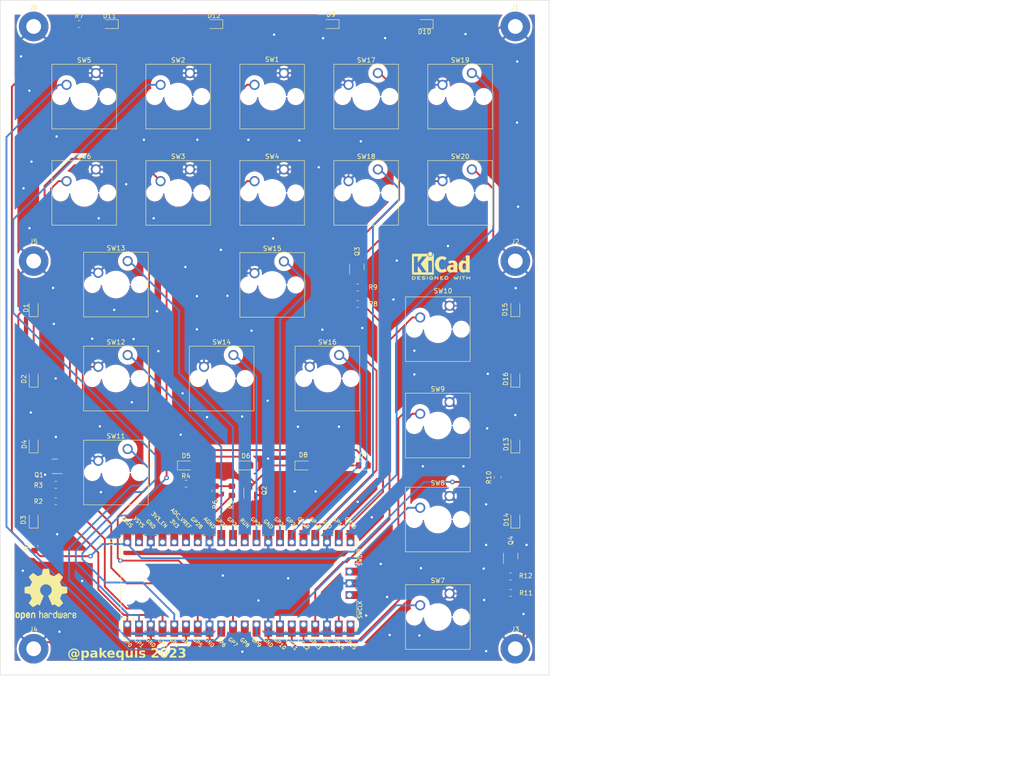
<source format=kicad_pcb>
(kicad_pcb (version 20221018) (generator pcbnew)
  (layers (0 "F.Cu" mixed) (31 "B.Cu" mixed) (34 "B.Paste" user) (35 "F.Paste" user) (36 "B.SilkS" user "B.Silkscreen") (37 "F.SilkS" user "F.Silkscreen") (38 "B.Mask" user) (39 "F.Mask" user) (44 "Edge.Cuts" user))
  (net 0 "")
  (net 1 "GNDREF")
  (net 2 "Net-(U1-GPIO12)")
  (net 3 "Net-(U1-GPIO13)")
  (net 4 "Net-(U1-GPIO14)")
  (net 5 "Net-(U1-GPIO9)")
  (net 11 "Net-(D1-K)")
  (net 14 "Net-(U1-GPIO27_ADC1)")
  (net 15 "Net-(U1-GPIO28_ADC2)")
  (net 16 "Net-(U1-GPIO26_ADC0)")
  (net 17 "Net-(U1-GPIO21)")
  (net 18 "Net-(U1-GPIO22)")
  (net 19 "Net-(U1-GPIO20)")
  (net 20 "Net-(U1-GPIO16)")
  (net 21 "Net-(U1-GPIO18)")
  (net 22 "Net-(U1-GPIO17)")
  (net 23 "Net-(U1-GPIO19)")
  (net 24 "Net-(U1-GPIO3)")
  (net 25 "Net-(U1-GPIO0)")
  (net 26 "Net-(U1-GPIO5)")
  (net 27 "Net-(U1-GPIO4)")
  (net 28 "Net-(U1-GPIO2)")
  (net 29 "Net-(U1-GPIO1)")
  (net 30 "Net-(D1-A)")
  (net 31 "Net-(D2-K)")
  (net 32 "Net-(D5-K)")
  (net 33 "Net-(D3-K)")
  (net 34 "Net-(D6-K)")
  (net 35 "Net-(D5-A)")
  (net 36 "Net-(D7-K)")
  (net 37 "Net-(D11-A)")
  (net 38 "Net-(D10-K)")
  (net 39 "Net-(D10-A)")
  (net 40 "Net-(D11-K)")
  (net 41 "Net-(D13-K)")
  (net 42 "Net-(D13-A)")
  (net 43 "Net-(D14-K)")
  (net 44 "Net-(D15-K)")
  (net 45 "Net-(Q1-G)")
  (net 47 "Net-(R5-Pad2)")
  (net 48 "Net-(Q3-G)")
  (net 49 "Net-(Q4-G)")
  (net 50 "VBUS")
  (net 51 "Net-(U1-GPIO6)")
  (net 52 "Net-(U1-GPIO7)")
  (net 53 "Net-(U1-GPIO10)")
  (net 54 "Net-(U1-GPIO11)")
  (footprint "Resistor_SMD:R_0805_2012Metric_Pad1.20x1.40mm_HandSolder" (layer "F.Cu") (at 70.0899 31.4499)
    (fp_text reference "R7")
    (fp_text value "47R" hide)
  )
  (footprint "Button_Switch_Keyboard:SW_Cherry_MX_1.00u_PCB" (layer "F.Cu") (at 103.4448 102.997)
    (fp_text reference "SW14")
    (fp_text value "SW_Push")
  )
  (footprint "MountingHole:MountingHole_3.2mm_M3_Pad" (layer "F.Cu") (at 164.4048 166.497)
    (fp_text reference "J3")
    (fp_text value "Conn_01x01_Pin")
  )
  (footprint "Button_Switch_Keyboard:SW_Cherry_MX_1.00u_PCB" (layer "F.Cu") (at 150.1808 92.329)
    (fp_text reference "SW10")
    (fp_text value "SW_Push")
  )
  (footprint "MountingHole:MountingHole_3.2mm_M3_Pad" (layer "F.Cu") (at 164.4048 82.677)
    (fp_text reference "J2")
    (fp_text value "Conn_01x01_Pin")
  )
  (footprint "Button_Switch_Keyboard:SW_Cherry_MX_1.00u_PCB" (layer "F.Cu") (at 126.3048 102.997)
    (fp_text reference "SW16")
    (fp_text value "SW_Push")
  )
  (footprint "Resistor_SMD:R_0805_2012Metric_Pad1.20x1.40mm_HandSolder" (layer "F.Cu") (at 65.04 134.62)
    (fp_text reference "R2")
    (fp_text value "100R")
  )
  (footprint "LED_SMD:LED_0805_2012Metric_Pad1.15x1.40mm_HandSolder" (layer "F.Cu") (at 164.4048 92.837 90)
    (fp_text reference "D15")
    (fp_text value "LED")
  )
  (footprint "MountingHole:MountingHole_3.2mm_M3_Pad" (layer "F.Cu") (at 60.2648 31.9579)
    (fp_text reference "J6")
    (fp_text value "Conn_01x01_Pin")
  )
  (footprint "Button_Switch_Keyboard:SW_Cherry_MX_1.00u_PCB" (layer "F.Cu") (at 80.5848 82.677)
    (fp_text reference "SW13")
    (fp_text value "SW_Push")
  )
  (footprint "Package_TO_SOT_SMD:SOT-23" (layer "F.Cu") (at 163.3888 146.431 90)
    (fp_text reference "Q4")
    (fp_text value "BSS138")
  )
  (footprint "Package_TO_SOT_SMD:SOT-23" (layer "F.Cu") (at 107.254 132.334 90)
    (fp_text reference "Q2")
    (fp_text value "BSS138")
  )
  (footprint "LED_SMD:LED_0805_2012Metric_Pad1.15x1.40mm_HandSolder" (layer "F.Cu") (at 106.1579 126.873)
    (fp_text reference "D6")
    (fp_text value "LED")
  )
  (footprint "Button_Switch_Keyboard:SW_Cherry_MX_1.00u_PCB" (layer "F.Cu") (at 73.7268 42.037)
    (fp_text reference "SW5")
    (fp_text value "SW_Push")
  )
  (footprint "Button_Switch_Keyboard:SW_Cherry_MX_1.00u_PCB" (layer "F.Cu") (at 150.1808 154.559)
    (fp_text reference "SW7")
    (fp_text value "SW_Push")
  )
  (footprint "Button_Switch_Keyboard:SW_Cherry_MX_1.00u_PCB" (layer "F.Cu") (at 150.1808 113.157)
    (fp_text reference "SW9")
    (fp_text value "SW_Push")
  )
  (footprint "Button_Switch_Keyboard:SW_Cherry_MX_1.00u_PCB" (layer "F.Cu") (at 73.7268 62.865)
    (fp_text reference "SW6")
    (fp_text value "SW_Push")
  )
  (footprint "LED_SMD:LED_0805_2012Metric_Pad1.15x1.40mm_HandSolder" (layer "F.Cu") (at 118.6039 126.873)
    (fp_text reference "D8")
    (fp_text value "LED")
  )
  (footprint "MountingHole:MountingHole_3.2mm_M3_Pad" (layer "F.Cu") (at 60.2648 166.497)
    (fp_text reference "J4")
    (fp_text value "Conn_01x01_Pin")
  )
  (footprint "Button_Switch_Keyboard:SW_Cherry_MX_1.00u_PCB" (layer "F.Cu") (at 80.5848 123.317)
    (fp_text reference "SW11")
    (fp_text value "SW_Push")
  )
  (footprint "Button_Switch_Keyboard:SW_Cherry_MX_1.00u_PCB" (layer "F.Cu") (at 155.0068 62.865)
    (fp_text reference "SW20")
    (fp_text value "SW_Push")
  )
  (footprint "LED_SMD:LED_0805_2012Metric_Pad1.15x1.40mm_HandSolder" (layer "F.Cu") (at 164.4048 108.077 90)
    (fp_text reference "D16")
    (fp_text value "LED")
  )
  (footprint "Symbol:OSHW-Logo2_14.6x12mm_SilkScreen" (layer "F.Cu") (at 62.9158 154.7622)
    (fp_text reference "m1" hide)
    (fp_text value "OSHW-Logo2_14.6x12mm_SilkScreen" hide)
  )
  (footprint "LED_SMD:LED_0805_2012Metric_Pad1.15x1.40mm_HandSolder" (layer "F.Cu") (at 60.2648 108.077 90)
    (fp_text reference "D2")
    (fp_text value "LED")
  )
  (footprint "Resistor_SMD:R_0805_2012Metric_Pad1.20x1.40mm_HandSolder" (layer "F.Cu") (at 60.452 144.272 90)
    (fp_text reference "R1")
    (fp_text value "47R")
  )
  (footprint "LED_SMD:LED_0805_2012Metric_Pad1.15x1.40mm_HandSolder" (layer "F.Cu") (at 60.2648 122.292 90)
    (fp_text reference "D4")
    (fp_text value "LED")
  )
  (footprint "LED_SMD:LED_0805_2012Metric_Pad1.15x1.40mm_HandSolder" (layer "F.Cu") (at 144.7659 31.4499 180)
    (fp_text reference "D10")
    (fp_text value "LED")
  )
  (footprint "LED_SMD:LED_0805_2012Metric_Pad1.15x1.40mm_HandSolder" (layer "F.Cu") (at 164.4048 122.292 90)
    (fp_text reference "D13")
    (fp_text value "LED")
  )
  (footprint "Button_Switch_Keyboard:SW_Cherry_MX_1.00u_PCB" (layer "F.Cu") (at 94.0468 42.037)
    (fp_text reference "SW2")
    (fp_text value "SW_Push")
  )
  (footprint "Button_Switch_Keyboard:SW_Cherry_MX_1.00u_PCB" (layer "F.Cu") (at 150.1808 133.477)
    (fp_text reference "SW8")
    (fp_text value "SW_Push")
  )
  (footprint "Button_Switch_Keyboard:SW_Cherry_MX_1.00u_PCB" (layer "F.Cu") (at 114.3668 82.7579)
    (fp_text reference "SW15")
    (fp_text value "SW_Push")
  )
  (footprint "Button_Switch_Keyboard:SW_Cherry_MX_1.00u_PCB" (layer "F.Cu") (at 114.3668 42.037)
    (fp_text reference "SW1")
    (fp_text value "SW_Push")
  )
  (footprint "LED_SMD:LED_0805_2012Metric_Pad1.15x1.40mm_HandSolder" (layer "F.Cu") (at 60.2648 92.837 90)
    (fp_text reference "D1")
    (fp_text value "LED")
  )
  (footprint "Resistor_SMD:R_0805_2012Metric_Pad1.20x1.40mm_HandSolder" (layer "F.Cu") (at 103.124 132.35 90)
    (fp_text reference "R5")
    (fp_text value "100R")
  )
  (footprint "LED_SMD:LED_0805_2012Metric_Pad1.15x1.40mm_HandSolder" (layer "F.Cu") (at 93.2039 126.873)
    (fp_text reference "D5")
    (fp_text value "LED")
  )
  (footprint "Resistor_SMD:R_0805_2012Metric_Pad1.20x1.40mm_HandSolder" (layer "F.Cu") (at 93.202 130.81)
    (fp_text reference "R4")
    (fp_text value "47R")
  )
  (footprint "LED_SMD:LED_0805_2012Metric_Pad1.15x1.40mm_HandSolder" (layer "F.Cu") (at 60.2648 138.557 90)
    (fp_text reference "D3")
    (fp_text value "LED")
  )
  (footprint "Resistor_SMD:R_0805_2012Metric_Pad1.20x1.40mm_HandSolder" (layer "F.Cu") (at 130.318 91.948 180)
    (fp_text reference "R8")
    (fp_text value "100R")
  )
  (footprint "LED_SMD:LED_0805_2012Metric_Pad1.15x1.40mm_HandSolder" (layer "F.Cu") (at 131.5489 126.873)
    (fp_text reference "D7")
    (fp_text value "LED")
  )
  (footprint "Resistor_SMD:R_0805_2012Metric_Pad1.20x1.40mm_HandSolder" (layer "F.Cu") (at 130.318 88.392)
    (fp_text reference "R9")
    (fp_text value "10k")
  )
  (footprint "Button_Switch_Keyboard:SW_Cherry_MX_1.00u_PCB" (layer "F.Cu") (at 134.6868 42.037)
    (fp_text reference "SW17")
    (fp_text value "SW_Push")
  )
  (footprint "LED_SMD:LED_0805_2012Metric_Pad1.15x1.40mm_HandSolder" (layer "F.Cu") (at 76.6939 31.4499 180)
    (fp_text reference "D11")
    (fp_text value "LED")
  )
  (footprint "Resistor_SMD:R_0805_2012Metric_Pad1.20x1.40mm_HandSolder" (layer "F.Cu") (at 163.3888 154.432 180)
    (fp_text reference "R11")
    (fp_text value "100R")
  )
  (footprint "Button_Switch_Keyboard:SW_Cherry_MX_1.00u_PCB" (layer "F.Cu") (at 134.6868 62.865)
    (fp_text reference "SW18")
    (fp_text value "SW_Push")
  )
  (footprint "Button_Switch_Keyboard:SW_Cherry_MX_1.00u_PCB" (layer "F.Cu") (at 114.3668 62.865)
    (fp_text reference "SW4")
    (fp_text value "SW_Push")
  )
  (footprint "Resistor_SMD:R_0805_2012Metric_Pad1.20x1.40mm_HandSolder" (layer "F.Cu") (at 65.04 131.064 180)
    (fp_text reference "R3")
    (fp_text value "10k")
  )
  (footprint "LED_SMD:LED_0805_2012Metric_Pad1.15x1.40mm_HandSolder" (layer "F.Cu") (at 164.4048 138.557 90)
    (fp_text reference "D14")
    (fp_text value "LED")
  )
  (footprint "Resistor_SMD:R_0805_2012Metric_Pad1.20x1.40mm_HandSolder" (layer "F.Cu") (at 160.5948 129.429 90)
    (fp_text reference "R10")
    (fp_text value "47R")
  )
  (footprint "MountingHole:MountingHole_3.2mm_M3_Pad" (layer "F.Cu") (at 164.4048 31.9579)
    (fp_text reference "J1")
    (fp_text value "Conn_01x01_Pin")
  )
  (footprint "Button_Switch_Keyboard:SW_Cherry_MX_1.00u_PCB" (layer "F.Cu") (at 94.0468 62.865)
    (fp_text reference "SW3")
    (fp_text value "SW_Push")
  )
  (footprint "Symbol:KiCad-Logo2_5mm_SilkScreen" (layer "F.Cu") (at 148.336 83.693)
    (fp_text reference "m2" hide)
    (fp_text value "KiCad-Logo2_5mm_SilkScreen" hide)
  )
  (footprint "MountingHole:MountingHole_3.2mm_M3_Pad" (layer "F.Cu") (at 60.2648 82.677)
    (fp_text reference "J5")
    (fp_text value "Conn_01x01_Pin")
  )
  (footprint "Button_Switch_Keyboard:SW_Cherry_MX_1.00u_PCB" (layer "F.Cu") (at 80.5848 102.997)
    (fp_text reference "SW12")
    (fp_text value "SW_Push")
  )
  (footprint "MCU_RaspberryPi_and_Boards:RPi_Pico_SMD_TH" (layer "F.Cu") (at 104.6339 152.3539 90)
    (fp_text reference "U1")
    (fp_text value "Pico")
  )
  (footprint "Package_TO_SOT_SMD:SOT-23" (layer "F.Cu") (at 130.1425 83.8985 90)
    (fp_text reference "Q3")
    (fp_text value "BSS138")
  )
  (footprint "Package_TO_SOT_SMD:SOT-23" (layer "F.Cu") (at 64.8368 127.066 180)
    (fp_text reference "Q1")
    (fp_text value "BSS138")
  )
  (footprint "LED_SMD:LED_0805_2012Metric_Pad1.15x1.40mm_HandSolder" (layer "F.Cu") (at 99.2909 31.4499 180)
    (fp_text reference "D12")
    (fp_text value "LED")
  )
  (footprint "Resistor_SMD:R_0805_2012Metric_Pad1.20x1.40mm_HandSolder" (layer "F.Cu") (at 99.568 132.35 -90)
    (fp_text reference "R6")
    (fp_text value "10k")
  )
  (footprint "LED_SMD:LED_0805_2012Metric_Pad1.15x1.40mm_HandSolder" (layer "F.Cu") (at 124.4369 31.4499 180)
    (fp_text reference "D9")
    (fp_text value "LED")
  )
  (footprint "Button_Switch_Keyboard:SW_Cherry_MX_1.00u_PCB" (layer "F.Cu") (at 155.0068 42.037)
    (fp_text reference "SW19")
    (fp_text value "SW_Push")
  )
  (footprint "Resistor_SMD:R_0805_2012Metric_Pad1.20x1.40mm_HandSolder" (layer "F.Cu") (at 163.338 150.876)
    (fp_text reference "R12")
    (fp_text value "10k")
  )
  (gr_line (start 171.6899 26.3191) (end 171.6899 172.1659) (stroke (width 0.1)) (layer "Edge.Cuts"))
  (gr_line (start 53.0719 172.1659) (end 53.0719 26.3191) (stroke (width 0.1)) (layer "Edge.Cuts"))
  (gr_line (start 171.6899 172.1659) (end 53.0719 172.1659) (stroke (width 0.1)) (layer "Edge.Cuts"))
  (gr_line (start 171.6899 26.3191) (end 53.0719 26.3191) (stroke (width 0.1)) (layer "Edge.Cuts"))
  (gr_text "@pakequis 2023" (at 67.564 168.7576) (layer "F.SilkS") (effects (font (size 2 2) (thickness 0.3) bold) (justify left bottom)))
  (segment (start 64.04 131.064) (end 62.7319 129.7559) (width 0.4) (layer "F.Cu") (net 1))
  (segment (start 115.0861 100.6683) (end 119.9548 105.537) (width 0.4) (layer "F.Cu") (net 1))
  (segment (start 85.5839 143.4639) (end 85.5839 139.6136) (width 0.4) (layer "F.Cu") (net 1))
  (segment (start 91.8475 133.35) (end 85.5839 139.6136) (width 0.4) (layer "F.Cu") (net 1))
  (segment (start 62.7319 129.7559) (end 62.7319 128.872) (width 0.4) (layer "F.Cu") (net 1))
  (segment (start 85.5839 165.0942) (end 61.6676 165.0942) (width 0.4) (layer "F.Cu") (net 1))
  (segment (start 65.7743 121.4003) (end 65.0748 120.7008) (width 0.4) (layer "F.Cu") (net 1))
  (segment (start 166.1923 159.0041) (end 166.1668 158.9786) (width 0.4) (layer "F.Cu") (net 1))
  (segment (start 110.9839 161.2439) (end 110.9839 143.4639) (width 0.4) (layer "F.Cu") (net 1))
  (segment (start 132.6393 86.3828) (end 132.6393 87.0707) (width 0.4) (layer "F.Cu") (net 1))
  (segment (start 65.7743 120.0013) (end 65.7743 88.1865) (width 0.4) (layer "F.Cu") (net 1))
  (segment (start 131.0925 84.836) (end 132.6393 86.3828) (width 0.4) (layer "F.Cu") (net 1))
  (segment (start 123.6839 155.1536) (end 123.6839 161.2439) (width 0.4) (layer "F.Cu") (net 1))
  (segment (start 126.4836 152.3539) (end 123.6839 155.1536) (width 0.4) (layer "F.Cu") (net 1))
  (segment (start 97.0948 105.537) (end 101.9635 100.6683) (width 0.4) (layer "F.Cu") (net 1))
  (segment (start 144.9225 87.0707) (end 150.1808 92.329) (width 0.4) (layer "F.Cu") (net 1))
  (segment (start 146.9533 65.405) (end 148.6568 65.405) (width 0.4) (layer "F.Cu") (net 1))
  (segment (start 108.204 133.2715) (end 108.204 136.8337) (width 0.4) (layer "F.Cu") (net 1))
  (segment (start 108.204 136.8337) (end 110.9839 139.6136) (width 0.4) (layer "F.Cu") (net 1))
  (segment (start 65.0748 120.7008) (end 65.7743 120.0013) (width 0.4) (layer "F.Cu") (net 1))
  (segment (start 74.2348 105.537) (end 72.6001 105.537) (width 0.4) (layer "F.Cu") (net 1))
  (segment (start 164.4048 166.497) (end 166.1923 164.7095) (width 0.4) (layer "F.Cu") (net 1))
  (segment (start 101.9635 100.6683) (end 115.0861 100.6683) (width 0.4) (layer "F.Cu") (net 1))
  (segment (start 85.5839 161.2439) (end 85.5839 165.0942) (width 0.4) (layer "F.Cu") (net 1))
  (segment (start 166.1923 158.9531) (end 166.1923 152.7303) (width 0.4) (layer "F.Cu") (net 1))
  (segment (start 166.1923 164.7095) (end 166.1923 159.0041) (width 0.4) (layer "F.Cu") (net 1))
  (segment (start 144.9225 67.4358) (end 146.9533 65.405) (width 0.4) (layer "F.Cu") (net 1))
  (segment (start 132.6393 87.0707) (end 131.318 88.392) (width 0.4) (layer "F.Cu") (net 1))
  (segment (start 132.6393 87.0707) (end 144.9225 87.0707) (width 0.4) (layer "F.Cu") (net 1))
  (segment (start 144.9225 87.0707) (end 144.9225 67.4358) (width 0.4) (layer "F.Cu") (net 1))
  (segment (start 166.1668 158.9786) (end 166.1923 158.9531) (width 0.4) (layer "F.Cu") (net 1))
  (segment (start 164.3388 150.8752) (end 164.338 150.876) (width 0.4) (layer "F.Cu") (net 1))
  (segment (start 128.5339 152.3539) (end 126.4836 152.3539) (width 0.4) (layer "F.Cu") (net 1))
  (segment (start 61.6676 165.0942) (end 60.2648 166.497) (width 0.4) (layer "F.Cu") (net 1))
  (segment (start 65.7743 88.1865) (end 60.2648 82.677) (width 0.4) (layer "F.Cu") (net 1))
  (segment (start 70.9061 107.231) (end 70.9061 122.5283) (width 0.4) (layer "F.Cu") (net 1))
  (segment (start 65.7743 126.116) (end 65.7743 121.4003) (width 0.4) (layer "F.Cu") (net 1))
  (segment (start 72.6001 105.537) (end 70.9061 107.231) (width 0.4) (layer "F.Cu") (net 1))
  (segment (start 166.1923 152.7303) (end 164.338 150.876) (width 0.4) (layer "F.Cu") (net 1))
  (segment (start 99.568 133.35) (end 91.8475 133.35) (width 0.4) (layer "F.Cu") (net 1))
  (segment (start 164.3388 147.3685) (end 164.3388 150.8752) (width 0.4) (layer "F.Cu") (net 1))
  (segment (start 110.9839 143.4639) (end 110.9839 139.6136) (width 0.4) (layer "F.Cu") (net 1))
  (segment (start 70.9061 122.5283) (end 74.2348 125.857) (width 0.4) (layer "F.Cu") (net 1))
  (via (at 81.8642 99.5426) (size 1) (drill 0.5) (layers "F.Cu" "B.Cu") (net 1))
  (via (at 138.049 90.9828) (size 1) (drill 0.5) (layers "F.Cu" "B.Cu") (net 1))
  (via (at 58.0644 66.9544) (size 1) (drill 0.5) (layers "F.Cu" "B.Cu") (net 1))
  (via (at 106.68 56.4642) (size 1) (drill 0.5) (layers "F.Cu" "B.Cu") (net 1))
  (via (at 72.9234 99.4664) (size 1) (drill 0.5) (layers "F.Cu" "B.Cu") (net 1))
  (via (at 121.8946 62.4078) (size 1) (drill 0.5) (layers "F.Cu" "B.Cu") (net 1))
  (via (at 77.6732 93.2434) (size 1) (drill 0.5) (layers "F.Cu" "B.Cu") (net 1))
  (via (at 143.9926 149.0726) (size 1) (drill 0.5) (layers "F.Cu" "B.Cu") (net 1))
  (via (at 142.5702 107.188) (size 1) (drill 0.5) (layers "F.Cu" "B.Cu") (net 1))
  (via (at 59.7916 61.1886) (size 1) (drill 0.5) (layers "F.Cu" "B.Cu") (net 1))
  (via (at 105.3846 167.132) (size 1) (drill 0.5) (layers "F.Cu" "B.Cu") (net 1))
  (via (at 59.3344 45.847) (size 1) (drill 0.5) (layers "F.Cu" "B.Cu") (net 1))
  (via (at 80.264 66.0654) (size 1) (drill 0.5) (layers "F.Cu" "B.Cu") (net 1))
  (via (at 158.3182 118.8466) (size 1) (drill 0.5) (layers "F.Cu" "B.Cu") (net 1))
  (via (at 86.9188 93.5482) (size 1) (drill 0.5) (layers "F.Cu" "B.Cu") (net 1))
  (via (at 65.3542 141.732) (size 1) (drill 0.5) (layers "F.Cu" "B.Cu") (net 1))
  (via (at 133.3754 138.0744) (size 1) (drill 0.5) (layers "F.Cu" "B.Cu") (net 1))
  (via (at 74.803 132.6388) (size 1) (drill 0.5) (layers "F.Cu" "B.Cu") (net 1))
  (via (at 144.399 127.0508) (size 1) (drill 0.5) (layers "F.Cu" "B.Cu") (net 1))
  (via (at 164.3888 115.9764) (size 1) (drill 0.5) (layers "F.Cu" "B.Cu") (net 1))
  (via (at 57.531 38.4302) (size 1) (drill 0.5) (layers "F.Cu" "B.Cu") (net 1))
  (via (at 105.3338 116.2812) (size 1) (drill 0.5) (layers "F.Cu" "B.Cu") (net 1))
  (via (at 157.5562 149.1742) (size 1) (drill 0.5) (layers "F.Cu" "B.Cu") (net 1))
  (via (at 107.3658 97.7392) (size 1) (drill 0.5) (layers "F.Cu" "B.Cu") (net 1))
  (via (at 57.912 149.6314) (size 1) (drill 0.5) (layers "F.Cu" "B.Cu") (net 1))
  (via (at 97.7392 116.4082) (size 1) (drill 0.5) (layers "F.Cu" "B.Cu") (net 1))
  (via (at 136.2456 34.4678) (size 1) (drill 0.5) (layers "F.Cu" "B.Cu") (net 1))
  (via (at 121.2342 132.4864) (size 1) (drill 0.5) (layers "F.Cu" "B.Cu") (net 1))
  (via (at 65.2272 55.753) (size 1) (drill 0.5) (layers "F.Cu" "B.Cu") (net 1))
  (via (at 137.2362 163.5252) (size 1) (drill 0.5) (layers "F.Cu" "B.Cu") (net 1))
  (via (at 115.2906 151.257) (size 1) (drill 0.5) (layers "F.Cu" "B.Cu") (net 1))
  (via (at 112.0394 77.8002) (size 1) (drill 0.5) (layers "F.Cu" "B.Cu") (net 1))
  (via (at 166.8272 144.0434) (size 1) (drill 0.5) (layers "F.Cu" "B.Cu") (net 1))
  (via (at 101.1682 150.6728) (size 1) (drill 0.5) (layers "F.Cu" "B.Cu") (net 1))
  (via (at 70.739 151.8412) (size 1) (drill 0.5) (layers "F.Cu" "B.Cu") (net 1))
  (via (at 92.456 111.2774) (size 1) (drill 0.5) (layers "F.Cu" "B.Cu") (net 1))
  (via (at 164.8206 39.5478) (size 1) (drill 0.5) (layers "F.Cu" "B.Cu") (net 1))
  (via (at 135.3058 148.1582) (size 1) (drill 0.5) (layers "F.Cu" "B.Cu") (net 1))
  (via (at 122.682 97.5106) (size 1) (drill 0.5) (layers "F.Cu" "B.Cu") (net 1))
  (via (at 59.6392 115.4176) (size 1) (drill 0.5) (layers "F.Cu" "B.Cu") (net 1))
  (via (at 74.5744 118.4148) (size 1) (drill 0.5) (layers "F.Cu" "B.Cu") (net 1))
  (via (at 132.1562 159.3088) (size 1) (drill 0.5) (layers "F.Cu" "B.Cu") (net 1))
  (via (at 158.0896 167.005) (size 1) (drill 0.5) (layers "F.Cu" "B.Cu") (net 1))
  (via (at 81.4832 113.2078) (size 1) (drill 0.5) (layers "F.Cu" "B.Cu") (net 1))
  (via (at 117.7036 56.6166) (size 1) (drill 0.5) (layers "F.Cu" "B.Cu") (net 1))
  (via (at 122.8344 34.4932) (size 1) (drill 0.5) (layers "F.Cu" "B.Cu") (net 1))
  (via (at 95.5548 90.2716) (size 1) (drill 0.5) (layers "F.Cu" "B.Cu") (net 1))
  (via (at 108.8644 156.0576) (size 1) (drill 0.5) (layers "F.Cu" "B.Cu") (net 1))
  (via (at 136.6774 155.2956) (size 1) (drill 0.5) (layers "F.Cu" "B.Cu") (net 1))
  (via (at 64.4652 88.4936) (size 1) (drill 0.5) (layers "F.Cu" "B.Cu") (net 1))
  (via (at 164.7698 52.7304) (size 1) (drill 0.5) (layers "F.Cu" "B.Cu") (net 1))
  (via (at 164.9984 70.9168) (size 1) (drill 0.5) (layers "F.Cu" "B.Cu") (net 1))
  (via (at 95.5548 97.4344) (size 1) (drill 0.5) (layers "F.Cu" "B.Cu") (net 1))
  (via (at 87.2236 102.1588) (size 1) (drill 0.5) (layers "F.Cu" "B.Cu") (net 1))
  (via (at 149.8346 79.4258) (size 1) (drill 0.5) (layers "F.Cu" "B.Cu") (net 1))
  (via (at 142.5702 102.0572) (size 1) (drill 0.5) (layers "F.Cu" "B.Cu") (net 1))
  (via (at 65.024 108.0516) (size 1) (drill 0.5) (layers "F.Cu" "B.Cu") (net 1))
  (via (at 86.2076 73.4314) (size 1) (drill 0.5) (layers "F.Cu" "B.Cu") (net 1))
  (via (at 64.6176 96.266) (size 1) (drill 0.5) (layers "F.Cu" "B.Cu") (net 1))
  (via (at 130.302 134.7216) (size 1) (drill 0.5) (layers "F.Cu" "B.Cu") (net 1))
  (via (at 153.1874 127.0508) (size 1) (drill 0.5) (layers "F.Cu" "B.Cu") (net 1))
  (via (at 93.0656 83.9724) (size 1) (drill 0.5) (layers "F.Cu" "B.Cu") (net 1))
  (via (at 166.1668 158.9786) (size 1) (drill 0.5) (layers "F.Cu" "B.Cu") (net 1))
  (via (at 126.2634 118.491) (size 1) (drill 0.5) (layers "F.Cu" "B.Cu") (net 1))
  (via (at 95.6564 56.4642) (size 1) (drill 0.5) (layers "F.Cu" "B.Cu") (net 1))
  (via (at 158.0896 135.2804) (size 1) (drill 0.5) (layers "F.Cu" "B.Cu") (net 1))
  (via (at 102.1588 90.1954) (size 1) (drill 0.5) (layers "F.Cu" "B.Cu") (net 1))
  (via (at 59.3598 75.565) (size 1) (drill 0.5) (layers "F.Cu" "B.Cu") (net 1))
  (via (at 143.6624 163.6268) (size 1) (drill 0.5) (layers "F.Cu" "B.Cu") (net 1))
  (via (at 131.318 97.155) (size 1) (drill 0.5) (layers "F.Cu" "B.Cu") (net 1))
  (via (at 117.3988 118.491) (size 1) (drill 0.5) (layers "F.Cu" "B.Cu") (net 1))
  (via (at 110.9472 125.3744) (size 1) (drill 0.5) (layers "F.Cu" "B.Cu") (net 1))
  (via (at 62.7319 128.872) (size 1) (drill 0.5) (layers "F.Cu" "B.Cu") (net 1))
  (via (at 74.3204 73.4314) (size 1) (drill 0.5) (layers "F.Cu" "B.Cu") (net 1))
  (via (at 92.0496 120.2182) (size 1) (drill 0.5) (layers "F.Cu" "B.Cu") (net 1))
  (via (at 84.0994 56.4642) (size 1) (drill 0.5) (layers "F.Cu" "B.Cu") (net 1))
  (via (at 157.6578 155.956) (size 1) (drill 0.5) (layers "F.Cu" "B.Cu") (net 1))
  (via (at 164.4904 88.519) (size 1) (drill 0.5) (layers "F.Cu" "B.Cu") (net 1))
  (via (at 116.6876 132.4864) (size 1) (drill 0.5) (layers "F.Cu" "B.Cu") (net 1))
  (via (at 65.0748 120.7008) (size 1) (drill 0.5) (layers "F.Cu" "B.Cu") (net 1))
  (via (at 138.7602 82.5754) (size 1) (drill 0.5) (layers "F.Cu" "B.Cu") (net 1))
  (via (at 158.4452 107.061) (size 1) (drill 0.5) (layers "F.Cu" "B.Cu") (net 1))
  (via (at 100.7364 80.264) (size 1) (drill 0.5) (layers "F.Cu" "B.Cu") (net 1))
  (via (at 153.6192 33.6042) (size 1) (drill 0.5) (layers "F.Cu" "B.Cu") (net 1))
  (via (at 158.0896 144.0434) (size 1) (drill 0.5) (layers "F.Cu" "B.Cu") (net 1))
  (via (at 130.9878 56.7944) (size 1) (drill 0.5) (layers "F.Cu" "B.Cu") (net 1))
  (via (at 112.2426 33.7312) (size 1) (drill 0.5) (layers "F.Cu" "B.Cu") (net 1))
  (via (at 65.8368 162.814) (size 1) (drill 0.5) (layers "F.Cu" "B.Cu") (net 1))
  (via (at 110.8456 112.8776) (size 1) (drill 0.5) (layers "F.Cu" "B.Cu") (net 1))
  (segment (start 110.9839 161.2439) (end 110.9839 163.2942) (width 0.4) (layer "B.Cu") (net 1))
  (segment (start 98.2839 143.4639) (end 98.2839 145.5142) (width 0.4) (layer "B.Cu") (net 1))
  (segment (start 65.7469 125.857) (end 62.7319 128.872) (width 0.4) (layer "B.Cu") (net 1))
  (segment (start 154.7712 145.5584) (end 147.9757 152.3539) (width 0.4) (layer "B.Cu") (net 1))
  (segment (start 125.0143 46.2512) (end 126.6885 44.577) (width 0.4) (layer "B.Cu") (net 1))
  (segment (start 104.6909 62.865) (end 104.6909 83.6014) (width 0.4) (layer "B.Cu") (net 1))
  (segment (start 70.8849 86.8674) (end 70.8849 102.1871) (width 0.4) (layer "B.Cu") (net 1))
  (segment (start 122.3518 62.865) (end 121.8946 62.4078) (width 0.4) (layer "B.Cu") (net 1))
  (segment (start 164.4048 166.497) (end 152.4668 154.559) (width 0.4) (layer "B.Cu") (net 1))
  (segment (start 130.6712 60.5306) (end 125.0143 54.8737) (width 0.4) (layer "B.Cu") (net 1))
  (segment (start 72.5353 85.217) (end 74.2348 85.217) (width 0.4) (layer "B.Cu") (net 1))
  (segment (start 98.2839 161.2439) (end 98.2839 159.1936) (width 0.4) (layer "B.Cu") (net 1))
  (segment (start 94.0468 42.037) (end 73.7268 42.037) (width 0.4) (layer "B.Cu") (net 1))
  (segment (start 152.4668 154.559) (end 150.1808 154.559) (width 0.4) (layer "B.Cu") (net 1))
  (segment (start 150.3799 112.9579) (end 150.1808 113.157) (width 0.4) (layer "B.Cu") (net 1))
  (segment (start 102.1588 89.5265) (end 102.1588 90.1954) (width 0.4) (layer "B.Cu") (net 1))
  (segment (start 64.4552 86.8674) (end 70.8849 86.8674) (width 0.4) (layer "B.Cu") (net 1))
  (segment (start 60.2648 82.677) (end 64.4552 86.8674) (width 0.4) (layer "B.Cu") (net 1))
  (segment (start 110.9839 159.1936) (end 98.2839 159.1936) (width 0.4) (layer "B.Cu") (net 1))
  (segment (start 143.7824 60.5306) (end 148.6568 65.405) (width 0.4) (layer "B.Cu") (net 1))
  (segment (start 110.9839 145.1641) (end 110.9839 145.5142) (width 0.4) (layer "B.Cu") (net 1))
  (segment (start 104.6909 83.6014) (end 106.3874 85.2979) (width 0.4) (layer "B.Cu") (net 1))
  (segment (start 110.9839 145.5142) (end 98.2839 145.5142) (width 0.4) (layer "B.Cu") (net 1))
  (segment (start 78.3464 81.1054) (end 74.2348 85.217) (width 0.4) (layer "B.Cu") (net 1))
  (segment (start 97.0948 94.5905) (end 97.0948 105.537) (width 0.4) (layer "B.Cu") (net 1))
  (segment (start 94.0468 42.037) (end 114.3668 42.037) (width 0.4) (layer "B.Cu") (net 1))
  (segment (start 123.6839 143.4639) (end 123.6839 145.5142) (width 0.4) (layer "B.Cu") (net 1))
  (segment (start 148.6568 44.577) (end 147.0085 44.577) (width 0.4) (layer "B.Cu") (net 1))
  (segment (start 128.5339 152.3539) (end 130.5842 152.3539) (width 0.4) (layer "B.Cu") (net 1))
  (segment (start 154.7713 129.317) (end 150.6113 133.477) (width 0.4) (layer "B.Cu") (net 1))
  (segment (start 150.1808 154.559) (end 147.9757 152.3539) (width 0.4) (layer "B.Cu") (net 1))
  (segment (start 70.8849 102.1871) (end 74.2348 105.537) (width 0.4) (layer "B.Cu") (net 1))
  (segment (start 164.4048 82.677) (end 154.7827 92.2991) (width 0.4) (layer "B.Cu") (net 1))
  (segment (start 154.7827 92.2991) (end 154.7827 92.329) (width 0.4) (layer "B.Cu") (net 1))
  (segment (start 104.6909 62.865) (end 94.0468 62.865) (width 0.4) (layer "B.Cu") (net 1))
  (segment (start 102.1588 90.1954) (end 101.4899 90.1954) (width 0.4) (layer "B.Cu") (net 1))
  (segment (start 126.6885 44.577) (end 128.3368 44.577) (width 0.4) (layer "B.Cu") (net 1))
  (segment (start 101.4899 90.1954) (end 97.0948 94.5905) (width 0.4) (layer "B.Cu") (net 1))
  (segment (start 125.0143 54.8737) (end 125.0143 46.2512) (width 0.4) (layer "B.Cu") (net 1))
  (segment (start 85.5839 161.2439) (end 85.5839 163.2942) (width 0.4) (layer "B.Cu") (net 1))
  (segment (start 130.6712 60.5306) (end 143.7824 60.5306) (width 0.4) (layer "B.Cu") (net 1))
  (segment (start 78.3464 62.865) (end 73.7268 62.865) (width 0.4) (layer "B.Cu") (net 1))
  (segment (start 110.9839 143.4639) (end 110.9839 145.1641) (width 0.4) (layer "B.Cu") (net 1))
  (segment (start 110.9839 161.2439) (end 110.9839 159.1936) (width 0.4) (layer "B.Cu") (net 1))
  (segment (start 154.7827 92.329) (end 154.7827 108.5551) (width 0.4) (layer "B.Cu") (net 1))
  (segment (start 74.2348 125.857) (end 65.7469 125.857) (width 0.4) (layer "B.Cu") (net 1))
  (segment (start 128.3368 65.405) (end 128.3368 62.865) (width 0.4) (layer "B.Cu") (net 1))
  (segment (start 70.3439 42.037) (end 60.2648 31.9579) (width 0.4) (layer "B.Cu") (net 1))
  (segment (start 147.0085 44.577) (end 143.7824 47.8031) (width 0.4) (layer "B.Cu") (net 1))
  (segment (start 123.6839 161.2439) (end 123.6839 163.2942) (width 0.4) (layer "B.Cu") (net 1))
  (segment (start 70.8849 86.8674) (end 72.5353 85.217) (width 0.4) (layer "B.Cu") (net 1))
  (segment (start 73.7268 42.037) (end 70.3439 42.037) (width 0.4) (layer "B.Cu") (net 1))
  (segment (start 143.7824 47.8031) (end 143.7824 60.5306) (width 0.4) (layer "B.Cu") (net 1))
  (segment (start 154.7712 137.6369) (end 154.7712 145.5584) (width 0.4) (layer "B.Cu") (net 1))
  (segment (start 121.4374 62.865) (end 114.3668 62.865) (width 0.4) (layer "B.Cu") (net 1))
  (segment (start 154.7713 117.3494) (end 154.7713 129.317) (width 0.4) (layer "B.Cu") (net 1))
  (segment (start 85.5839 143.4639) (end 85.5839 145.5142) (width 0.4) (layer "B.Cu") (net 1))
  (segment (start 121.8946 62.4078) (end 121.4374 62.865) (width 0.4) (layer "B.Cu") (net 1))
  (segment (start 150.6113 133.477) (end 154.7712 137.6369) (width 0.4) (layer "B.Cu") (net 1))
  (segment (start 128.3368 62.865) (end 122.3518 62.865) (width 0.4) (layer "B.Cu") (net 1))
  (segment (start 98.2839 163.2942) (end 85.5839 163.2942) (width 0.4) (layer "B.Cu") (net 1))
  (segment (start 161.2759 31.9579) (end 164.4048 31.9579) (width 0.4) (layer "B.Cu") (net 1))
  (segment (start 148.6568 44.577) (end 161.2759 31.9579) (width 0.4) (layer "B.Cu") (net 1))
  (segment (start 94.0468 62.865) (end 78.3464 62.865) (width 0.4) (layer "B.Cu") (net 1))
  (segment (start 150.3799 112.9579) (end 154.7713 117.3494) (width 0.4) (layer "B.Cu") (net 1))
  (segment (start 114.3668 62.865) (end 104.6909 62.865) (width 0.4) (layer "B.Cu") (net 1))
  (segment (start 150.1808 133.477) (end 150.6113 133.477) (width 0.4) (layer "B.Cu") (net 1))
  (segment (start 108.0168 85.2979) (end 106.3874 85.2979) (width 0.4) (layer "B.Cu") (net 1))
  (segment (start 154.7827 92.329) (end 150.1808 92.329) (width 0.4) (layer "B.Cu") (net 1))
  (segment (start 106.3874 85.2979) (end 102.1588 89.5265) (width 0.4) (layer "B.Cu") (net 1))
  (segment (start 120.8001 42.037) (end 125.0143 46.2512) (width 0.4) (layer "B.Cu") (net 1))
  (segment (start 147.9757 152.3539) (end 130.5842 152.3539) (width 0.4) (layer "B.Cu") (net 1))
  (segment (start 85.5839 145.5142) (end 98.2839 145.5142) (width 0.4) (layer "B.Cu") (net 1))
  (segment (start 78.3464 62.865) (end 78.3464 81.1054) (width 0.4) (layer "B.Cu") (net 1))
  (segment (start 154.7827 108.5551) (end 150.3799 112.9579) (width 0.4) (layer "B.Cu") (net 1))
  (segment (start 128.3368 62.865) (end 130.6712 60.5306) (width 0.4) (layer "B.Cu") (net 1))
  (segment (start 114.3668 42.037) (end 120.8001 42.037) (width 0.4) (layer "B.Cu") (net 1))
  (segment (start 110.9839 145.5142) (end 123.6839 145.5142) (width 0.4) (layer "B.Cu") (net 1))
  (segment (start 98.2839 161.2439) (end 98.2839 163.2942) (width 0.4) (layer "B.Cu") (net 1))
  (segment (start 123.6839 163.2942) (end 110.9839 163.2942) (width 0.4) (layer "B.Cu") (net 1))
  (segment (start 140.5065 117.3075) (end 142.117 115.697) (width 0.4) (layer "F.Cu") (net 2))
  (segment (start 142.117 115.697) (end 143.8308 115.697) (width 0.4) (layer "F.Cu") (net 2))
  (segment (start 118.6039 165.0942) (end 130.1141 165.0942) (width 0.4) (layer "F.Cu") (net 2))
  (segment (start 130.1141 165.0942) (end 140.5065 154.7018) (width 0.4) (layer "F.Cu") (net 2))
  (segment (start 140.5065 154.7018) (end 140.5065 117.3075) (width 0.4) (layer "F.Cu") (net 2))
  (segment (start 118.6039 161.2439) (end 118.6039 165.0942) (width 0.4) (layer "F.Cu") (net 2))
  (segment (start 127.9342 147.7635) (end 137.1979 138.4998) (width 0.4) (layer "F.Cu") (net 3))
  (segment (start 137.1979 99.8237) (end 142.1526 94.869) (width 0.4) (layer "F.Cu") (net 3))
  (segment (start 137.1979 138.4998) (end 137.1979 99.8237) (width 0.4) (layer "F.Cu") (net 3))
  (segment (start 121.1439 161.2439) (end 121.1439 153.7472) (width 0.4) (layer "F.Cu") (net 3))
  (segment (start 142.1526 94.869) (end 143.8308 94.869) (width 0.4) (layer "F.Cu") (net 3))
  (segment (start 127.1276 147.7635) (end 127.9342 147.7635) (width 0.4) (layer "F.Cu") (net 3))
  (segment (start 121.1439 153.7472) (end 127.1276 147.7635) (width 0.4) (layer "F.Cu") (net 3))
  (segment (start 159.6283 67.058) (end 155.4353 62.865) (width 0.4) (layer "F.Cu") (net 4))
  (segment (start 126.2239 161.2439) (end 126.2239 159.1936) (width 0.4) (layer "F.Cu") (net 4))
  (segment (start 139.1022 116.7313) (end 159.6283 96.2052) (width 0.4) (layer "F.Cu") (net 4))
  (segment (start 126.2239 159.1936) (end 129.4493 159.1936) (width 0.4) (layer "F.Cu") (net 4))
  (segment (start 159.6283 96.2052) (end 159.6283 67.058) (width 0.4) (layer "F.Cu") (net 4))
  (segment (start 155.4353 62.865) (end 155.0068 62.865) (width 0.4) (layer "F.Cu") (net 4))
  (segment (start 139.1022 149.5407) (end 139.1022 116.7313) (width 0.4) (layer "F.Cu") (net 4))
  (segment (start 129.4493 159.1936) (end 139.1022 149.5407) (width 0.4) (layer "F.Cu") (net 4))
  (segment (start 138.6885 157.099) (end 143.8308 157.099) (width 0.4) (layer "B.Cu") (net 5))
  (segment (start 108.4439 161.2439) (end 108.4439 163.2942) (width 0.4) (layer "B.Cu") (net 5))
  (segment (start 108.4439 163.2942) (end 109.8671 164.7174) (width 0.4) (layer "B.Cu") (net 5))
  (segment (start 131.0701 164.7174) (end 138.6885 157.099) (width 0.4) (layer "B.Cu") (net 5))
  (segment (start 109.8671 164.7174) (end 131.0701 164.7174) (width 0.4) (layer "B.Cu") (net 5))
  (segment (start 60.2648 107.052) (end 60.2648 93.862) (width 0.4) (layer "F.Cu") (net 11))
  (segment (start 100.8239 122.8616) (end 80.9593 102.997) (width 0.4) (layer "B.Cu") (net 14))
  (segment (start 100.8239 143.4639) (end 100.8239 122.8616) (width 0.4) (layer "B.Cu") (net 14))
  (segment (start 80.9593 102.997) (end 80.5848 102.997) (width 0.4) (layer "B.Cu") (net 14))
  (segment (start 96.8604 139.6136) (end 95.7439 139.6136) (width 0.4) (layer "F.Cu") (net 15))
  (segment (start 95.7439 143.4639) (end 95.7439 139.6136) (width 0.4) (layer "F.Cu") (net 15))
  (segment (start 103.124 133.35) (end 96.8604 139.6136) (width 0.4) (layer "F.Cu") (net 15))
  (segment (start 91.694 93.4255) (end 80.9455 82.677) (width 0.4) (layer "B.Cu") (net 16))
  (segment (start 103.3639 143.4639) (end 103.3639 118.5775) (width 0.4) (layer "B.Cu") (net 16))
  (segment (start 91.694 106.9076) (end 91.694 93.4255) (width 0.4) (layer "B.Cu") (net 16))
  (segment (start 103.3639 118.5775) (end 91.694 106.9076) (width 0.4) (layer "B.Cu") (net 16))
  (segment (start 80.9455 82.677) (end 80.5848 82.677) (width 0.4) (layer "B.Cu") (net 16))
  (segment (start 113.5239 95.344) (end 118.9758 89.8921) (width 0.4) (layer "B.Cu") (net 17))
  (segment (start 113.5239 143.4639) (end 113.5239 95.344) (width 0.4) (layer "B.Cu") (net 17))
  (segment (start 118.9758 86.9837) (end 114.75 82.7579) (width 0.4) (layer "B.Cu") (net 17))
  (segment (start 114.75 82.7579) (end 114.3668 82.7579) (width 0.4) (layer "B.Cu") (net 17))
  (segment (start 118.9758 89.8921) (end 118.9758 86.9837) (width 0.4) (layer "B.Cu") (net 17))
  (segment (start 108.4439 143.4639) (end 108.4439 107.6252) (width 0.4) (layer "B.Cu") (net 18))
  (segment (start 103.8157 102.997) (end 103.4448 102.997) (width 0.4) (layer "B.Cu") (net 18))
  (segment (start 108.4439 107.6252) (end 103.8157 102.997) (width 0.4) (layer "B.Cu") (net 18))
  (segment (start 130.8952 107.1767) (end 130.8952 126.5823) (width 0.4) (layer "B.Cu") (net 19))
  (segment (start 116.0639 143.4639) (end 116.0639 141.4136) (width 0.4) (layer "B.Cu") (net 19))
  (segment (start 126.7155 102.997) (end 130.8952 107.1767) (width 0.4) (layer "B.Cu") (net 19))
  (segment (start 126.3048 102.997) (end 126.7155 102.997) (width 0.4) (layer "B.Cu") (net 19))
  (segment (start 130.8952 126.5823) (end 116.0639 141.4136) (width 0.4) (layer "B.Cu") (net 19))
  (segment (start 131.318 91.948) (end 135.7975 96.4275) (width 0.4) (layer "F.Cu") (net 20))
  (segment (start 135.7975 96.4275) (end 135.7975 132.58) (width 0.4) (layer "F.Cu") (net 20))
  (segment (start 128.7639 143.4639) (end 128.7639 139.6136) (width 0.4) (layer "F.Cu") (net 20))
  (segment (start 135.7975 132.58) (end 128.7639 139.6136) (width 0.4) (layer "F.Cu") (net 20))
  (segment (start 139.2772 67.0317) (end 139.2772 69.3169) (width 0.4) (layer "B.Cu") (net 21))
  (segment (start 133.6135 74.9806) (end 133.6135 128.944) (width 0.4) (layer "B.Cu") (net 21))
  (segment (start 135.1105 62.865) (end 139.2772 67.0317) (width 0.4) (layer "B.Cu") (net 21))
  (segment (start 133.6135 128.944) (end 121.1439 141.4136) (width 0.4) (layer "B.Cu") (net 21))
  (segment (start 139.2772 69.3169) (end 133.6135 74.9806) (width 0.4) (layer "B.Cu") (net 21))
  (segment (start 134.6868 62.865) (end 135.1105 62.865) (width 0.4) (layer "B.Cu") (net 21))
  (segment (start 121.1439 143.4639) (end 121.1439 141.4136) (width 0.4) (layer "B.Cu") (net 21))
  (segment (start 155.4353 42.037) (end 155.0068 42.037) (width 0.4) (layer "B.Cu") (net 22))
  (segment (start 126.2239 141.4136) (end 138.7409 128.8966) (width 0.4) (layer "B.Cu") (net 22))
  (segment (start 159.6283 75.7561) (end 159.6283 46.23) (width 0.4) (layer "B.Cu") (net 22))
  (segment (start 126.2239 143.4639) (end 126.2239 141.4136) (width 0.4) (layer "B.Cu") (net 22))
  (segment (start 159.6283 46.23) (end 155.4353 42.037) (width 0.4) (layer "B.Cu") (net 22))
  (segment (start 138.7409 96.6435) (end 159.6283 75.7561) (width 0.4) (layer "B.Cu") (net 22))
  (segment (start 138.7409 128.8966) (end 138.7409 96.6435) (width 0.4) (layer "B.Cu") (net 22))
  (segment (start 127.5093 81.2112) (end 139.2771 69.4434) (width 0.4) (layer "F.Cu") (net 23))
  (segment (start 118.6039 143.4639) (end 118.6039 139.6136) (width 0.4) (layer "F.Cu") (net 23))
  (segment (start 134.3972 127.8839) (end 134.3972 106.4004) (width 0.4) (layer "F.Cu") (net 23))
  (segment (start 134.3972 106.4004) (end 127.5093 99.5125) (width 0.4) (layer "F.Cu") (net 23))
  (segment (start 127.5093 99.5125) (end 127.5093 81.2112) (width 0.4) (layer "F.Cu") (net 23))
  (segment (start 139.2771 46.2178) (end 135.0963 42.037) (width 0.4) (layer "F.Cu") (net 23))
  (segment (start 122.6675 139.6136) (end 134.3972 127.8839) (width 0.4) (layer "F.Cu") (net 23))
  (segment (start 118.6039 139.6136) (end 122.6675 139.6136) (width 0.4) (layer "F.Cu") (net 23))
  (segment (start 139.2771 69.4434) (end 139.2771 46.2178) (width 0.4) (layer "F.Cu") (net 23))
  (segment (start 135.0963 42.037) (end 134.6868 42.037) (width 0.4) (layer "F.Cu") (net 23))
  (segment (start 106.3872 65.405) (end 89.0008 82.7914) (width 0.4) (layer "F.Cu") (net 24))
  (segment (start 89.0008 82.7914) (end 89.0008 129.5462) (width 0.4) (layer "F.Cu") (net 24))
  (segment (start 108.0168 65.405) (end 106.3872 65.405) (width 0.4) (layer "F.Cu") (net 24))
  (via (at 89.0008 129.5462) (size 1) (drill 0.5) (layers "F.Cu" "B.Cu") (net 24))
  (segment (start 83.8213 152.1743) (end 75.8081 152.1743) (width 0.4) (layer "B.Cu") (net 24))
  (segment (start 70.8035 145.821) (end 78.9204 137.7041) (width 0.4) (layer "B.Cu") (net 24))
  (segment (start 90.6639 161.2439) (end 90.6639 159.0169) (width 0.4) (layer "B.Cu") (net 24))
  (segment (start 75.8081 152.1743) (end 70.8035 147.1697) (width 0.4) (layer "B.Cu") (net 24))
  (segment (start 90.6639 159.0169) (end 83.8213 152.1743) (width 0.4) (layer "B.Cu") (net 24))
  (segment (start 78.9204 137.7041) (end 80.8429 137.7041) (width 0.4) (layer "B.Cu") (net 24))
  (segment (start 70.8035 147.1697) (end 70.8035 145.821) (width 0.4) (layer "B.Cu") (net 24))
  (segment (start 80.8429 137.7041) (end 89.0008 129.5462) (width 0.4) (layer "B.Cu") (net 24))
  (segment (start 80.5039 161.2439) (end 80.5039 159.1936) (width 0.4) (layer "F.Cu") (net 25))
  (segment (start 80.5039 159.1936) (end 79.76 159.1936) (width 0.4) (layer "F.Cu") (net 25))
  (segment (start 74.2396 153.6732) (end 74.2396 145.6999) (width 0.4) (layer "F.Cu") (net 25))
  (segment (start 79.76 159.1936) (end 74.2396 153.6732) (width 0.4) (layer "F.Cu") (net 25))
  (segment (start 64.04 135.5003) (end 64.04 134.62) (width 0.4) (layer "F.Cu") (net 25))
  (segment (start 74.2396 145.6999) (end 64.04 135.5003) (width 0.4) (layer "F.Cu") (net 25))
  (segment (start 64.0447 67.0102) (end 65.6499 65.405) (width 0.4) (layer "F.Cu") (net 26))
  (segment (start 69.4974 131.9475) (end 69.4974 79.3983) (width 0.4) (layer "F.Cu") (net 26))
  (segment (start 77.0402 149.0054) (end 77.0402 139.4903) (width 0.4) (layer "F.Cu") (net 26))
  (segment (start 95.7439 159.1936) (end 88.9042 152.3539) (width 0.4) (layer "F.Cu") (net 26))
  (segment (start 69.4974 79.3983) (end 64.0447 73.9456) (width 0.4) (layer "F.Cu") (net 26))
  (segment (start 80.3887 152.3539) (end 77.0402 149.0054) (width 0.4) (layer "F.Cu") (net 26))
  (segment (start 95.7439 161.2439) (end 95.7439 159.1936) (width 0.4) (layer "F.Cu") (net 26))
  (segment (start 65.6499 65.405) (end 67.3768 65.405) (width 0.4) (layer "F.Cu") (net 26))
  (segment (start 88.9042 152.3539) (end 80.3887 152.3539) (width 0.4) (layer "F.Cu") (net 26))
  (segment (start 77.0402 139.4903) (end 69.4974 131.9475) (width 0.4) (layer "F.Cu") (net 26))
  (segment (start 64.0447 73.9456) (end 64.0447 67.0102) (width 0.4) (layer "F.Cu") (net 26))
  (segment (start 93.2039 165.0942) (end 89.8347 165.0942) (width 0.4) (layer "F.Cu") (net 27))
  (segment (start 93.2039 161.2439) (end 93.2039 165.0942) (width 0.4) (layer "F.Cu") (net 27))
  (segment (start 89.8347 165.0942) (end 88.324 166.6049) (width 0.4) (layer "F.Cu") (net 27))
  (via (at 88.324 166.6049) (size 1) (drill 0.5) (layers "F.Cu" "B.Cu") (net 27))
  (segment (start 54.382 55.8556) (end 54.382 140.1087) (width 0.4) (layer "B.Cu") (net 27))
  (segment (start 65.6606 44.577) (end 54.382 55.8556) (width 0.4) (layer "B.Cu") (net 27))
  (segment (start 80.8782 166.6049) (end 88.324 166.6049) (width 0.4) (layer "B.Cu") (net 27))
  (segment (start 54.382 140.1087) (end 80.8782 166.6049) (width 0.4) (layer "B.Cu") (net 27))
  (segment (start 67.3768 44.577) (end 65.6606 44.577) (width 0.4) (layer "B.Cu") (net 27))
  (segment (start 68.5208 60.5536) (end 62.6326 66.4418) (width 0.4) (layer "F.Cu") (net 28))
  (segment (start 82.8454 60.5536) (end 68.5208 60.5536) (width 0.4) (layer "F.Cu") (net 28))
  (segment (start 75.6399 142.7883) (end 75.6399 153.0733) (width 0.4) (layer "F.Cu") (net 28))
  (segment (start 68.0969 83.7408) (end 68.0969 135.2453) (width 0.4) (layer "F.Cu") (net 28))
  (segment (start 87.6968 65.405) (end 82.8454 60.5536) (width 0.4) (layer "F.Cu") (net 28))
  (segment (start 62.6326 78.2765) (end 68.0969 83.7408) (width 0.4) (layer "F.Cu") (net 28))
  (segment (start 80.3598 157.7932) (end 86.7235 157.7932) (width 0.4) (layer "F.Cu") (net 28))
  (segment (start 68.0969 135.2453) (end 75.6399 142.7883) (width 0.4) (layer "F.Cu") (net 28))
  (segment (start 62.6326 66.4418) (end 62.6326 78.2765) (width 0.4) (layer "F.Cu") (net 28))
  (segment (start 88.1239 161.2439) (end 88.1239 159.1936) (width 0.4) (layer "F.Cu") (net 28))
  (segment (start 75.6399 153.0733) (end 80.3598 157.7932) (width 0.4) (layer "F.Cu") (net 28))
  (segment (start 86.7235 157.7932) (end 88.1239 159.1936) (width 0.4) (layer "F.Cu") (net 28))
  (segment (start 69.3616 145.2827) (end 82.0287 132.6156) (width 0.4) (layer "B.Cu") (net 29))
  (segment (start 69.3616 147.7658) (end 69.3616 145.2827) (width 0.4) (layer "B.Cu") (net 29))
  (segment (start 84.9516 44.577) (end 87.6968 44.577) (width 0.4) (layer "B.Cu") (net 29))
  (segment (start 86.5929 129.9234) (end 86.5929 124.6508) (width 0.4) (layer "B.Cu") (net 29))
  (segment (start 55.8415 73.6871) (end 84.9516 44.577) (width 0.4) (layer "B.Cu") (net 29))
  (segment (start 83.0439 161.2439) (end 83.0439 159.1936) (width 0.4) (layer "B.Cu") (net 29))
  (segment (start 83.9007 132.6156) (end 86.5929 129.9234) (width 0.4) (layer "B.Cu") (net 29))
  (segment (start 82.0287 132.6156) (end 83.9007 132.6156) (width 0.4) (layer "B.Cu") (net 29))
  (segment (start 86.5929 124.6508) (end 55.8415 93.8994) (width 0.4) (layer "B.Cu") (net 29))
  (segment (start 83.0439 159.1936) (end 80.7894 159.1936) (width 0.4) (layer "B.Cu") (net 29))
  (segment (start 80.7894 159.1936) (end 69.3616 147.7658) (width 0.4) (layer "B.Cu") (net 29))
  (segment (start 55.8415 93.8994) (end 55.8415 73.6871) (width 0.4) (layer "B.Cu") (net 29))
  (segment (start 58.3185 141.1385) (end 60.452 143.272) (width 0.4) (layer "F.Cu") (net 30))
  (segment (start 56.9523 94.3295) (end 56.9523 135.0733) (width 0.4) (layer "F.Cu") (net 30))
  (segment (start 56.9523 135.0733) (end 59.411 137.532) (width 0.4) (layer "F.Cu") (net 30))
  (segment (start 60.2648 137.532) (end 59.411 137.532) (width 0.4) (layer "F.Cu") (net 30))
  (segment (start 60.2648 91.812) (end 59.4698 91.812) (width 0.4) (layer "F.Cu") (net 30))
  (segment (start 59.4698 91.812) (end 56.9523 94.3295) (width 0.4) (layer "F.Cu") (net 30))
  (segment (start 58.3185 138.6245) (end 58.3185 141.1385) (width 0.4) (layer "F.Cu") (net 30))
  (segment (start 59.411 137.532) (end 58.3185 138.6245) (width 0.4) (layer "F.Cu") (net 30))
  (segment (start 60.2648 109.102) (end 62.1791 111.0163) (width 0.4) (layer "F.Cu") (net 31))
  (segment (start 62.1791 123.317) (end 60.2648 123.317) (width 0.4) (layer "F.Cu") (net 31))
  (segment (start 63.8993 127.066) (end 62.1791 125.3458) (width 0.4) (layer "F.Cu") (net 31))
  (segment (start 62.1791 111.0163) (end 62.1791 123.317) (width 0.4) (layer "F.Cu") (net 31))
  (segment (start 62.1791 125.3458) (end 62.1791 123.317) (width 0.4) (layer "F.Cu") (net 31))
  (segment (start 106.0649 124.9696) (end 107.1829 126.0876) (width 0.4) (layer "F.Cu") (net 32))
  (segment (start 107.1829 126.0876) (end 107.1829 126.873) (width 0.4) (layer "F.Cu") (net 32))
  (segment (start 93.2951 124.9696) (end 106.0649 124.9696) (width 0.4) (layer "F.Cu") (net 32))
  (segment (start 92.1789 126.873) (end 92.1789 126.0858) (width 0.4) (layer "F.Cu") (net 32))
  (segment (start 92.1789 126.0858) (end 93.2951 124.9696) (width 0.4) (layer "F.Cu") (net 32))
  (segment (start 58.3634 122.3282) (end 59.4246 121.267) (width 0.4) (layer "F.Cu") (net 33))
  (segment (start 62.1882 134.2109) (end 58.3634 130.3861) (width 0.4) (layer "F.Cu") (net 33))
  (segment (start 60.2648 139.582) (end 61.1301 139.582) (width 0.4) (layer "F.Cu") (net 33))
  (segment (start 61.1301 139.582) (end 62.1882 138.5239) (width 0.4) (layer "F.Cu") (net 33))
  (segment (start 62.1882 138.5239) (end 62.1882 134.2109) (width 0.4) (layer "F.Cu") (net 33))
  (segment (start 59.4246 121.267) (end 60.2648 121.267) (width 0.4) (layer "F.Cu") (net 33))
  (segment (start 58.3634 130.3861) (end 58.3634 122.3282) (width 0.4) (layer "F.Cu") (net 33))
  (segment (start 117.5789 126.873) (end 111.7775 126.873) (width 0.4) (layer "F.Cu") (net 34))
  (segment (start 111.7775 126.873) (end 108.0447 130.6058) (width 0.4) (layer "F.Cu") (net 34))
  (segment (start 108.0447 130.6058) (end 105.1329 127.694) (width 0.4) (layer "F.Cu") (net 34))
  (segment (start 105.1329 127.694) (end 105.1329 126.873) (width 0.4) (layer "F.Cu") (net 34))
  (segment (start 108.0447 130.6058) (end 107.254 131.3965) (width 0.4) (layer "F.Cu") (net 34))
  (segment (start 92.6736 123.5418) (end 90.4011 125.8143) (width 0.4) (layer "F.Cu") (net 35))
  (segment (start 90.4011 125.8143) (end 90.4011 127.9885) (width 0.4) (layer "F.Cu") (net 35))
  (segment (start 91.23 128.8174) (end 94.202 128.8174) (width 0.4) (layer "F.Cu") (net 35))
  (segment (start 94.202 128.8174) (end 94.202 126.8999) (width 0.4) (layer "F.Cu") (net 35))
  (segment (start 130.0299 123.5418) (end 92.6736 123.5418) (width 0.4) (layer "F.Cu") (net 35))
  (segment (start 94.202 126.8999) (end 94.2289 126.873) (width 0.4) (layer "F.Cu") (net 35))
  (segment (start 132.5739 126.0858) (end 130.0299 123.5418) (width 0.4) (layer "F.Cu") (net 35))
  (segment (start 94.202 130.81) (end 94.202 128.8174) (width 0.4) (layer "F.Cu") (net 35))
  (segment (start 90.4011 127.9885) (end 91.23 128.8174) (width 0.4) (layer "F.Cu") (net 35))
  (segment (start 132.5739 126.873) (end 132.5739 126.0858) (width 0.4) (layer "F.Cu") (net 35))
  (segment (start 130.5239 126.873) (end 119.6289 126.873) (width 0.4) (layer "F.Cu") (net 36))
  (segment (start 75.6689 30.6667) (end 75.6689 31.4499) (width 0.4) (layer "F.Cu") (net 37))
  (segment (start 121.5021 29.5401) (end 76.7955 29.5401) (width 0.4) (layer "F.Cu") (net 37))
  (segment (start 76.7955 29.5401) (end 75.6689 30.6667) (width 0.4) (layer "F.Cu") (net 37))
  (segment (start 123.4119 31.4499) (end 121.5021 29.5401) (width 0.4) (layer "F.Cu") (net 37))
  (segment (start 75.6689 31.4499) (end 71.0899 31.4499) (width 0.4) (layer "F.Cu") (net 37))
  (segment (start 140.7342 72.3693) (end 130.1425 82.961) (width 0.4) (layer "F.Cu") (net 38))
  (segment (start 140.7342 37.3907) (end 140.7342 72.3693) (width 0.4) (layer "F.Cu") (net 38))
  (segment (start 145.7909 32.334) (end 145.7909 31.4499) (width 0.4) (layer "F.Cu") (net 38))
  (segment (start 100.3159 31.4499) (end 106.2567 37.3907) (width 0.4) (layer "F.Cu") (net 38))
  (segment (start 106.2567 37.3907) (end 140.7342 37.3907) (width 0.4) (layer "F.Cu") (net 38))
  (segment (start 140.7342 37.3907) (end 145.7909 32.334) (width 0.4) (layer "F.Cu") (net 38))
  (segment (start 125.4619 31.4499) (end 143.7409 31.4499) (width 0.4) (layer "F.Cu") (net 39))
  (segment (start 98.2659 31.4499) (end 77.7189 31.4499) (width 0.4) (layer "F.Cu") (net 40))
  (segment (start 164.4048 137.532) (end 164.4048 123.317) (width 0.4) (layer "F.Cu") (net 41))
  (segment (start 163.6035 121.267) (end 160.5948 124.2757) (width 0.4) (layer "F.Cu") (net 42))
  (segment (start 164.4048 121.267) (end 163.6035 121.267) (width 0.4) (layer "F.Cu") (net 42))
  (segment (start 162.4973 120.1608) (end 163.6035 121.267) (width 0.4) (layer "F.Cu") (net 42))
  (segment (start 160.5948 124.2757) (end 160.5948 128.429) (width 0.4) (layer "F.Cu") (net 42))
  (segment (start 162.4973 92.9423) (end 162.4973 120.1608) (width 0.4) (layer "F.Cu") (net 42))
  (segment (start 163.6276 91.812) (end 162.4973 92.9423) (width 0.4) (layer "F.Cu") (net 42))
  (segment (start 164.4048 91.812) (end 163.6276 91.812) (width 0.4) (layer "F.Cu") (net 42))
  (segment (start 166.3062 138.5127) (end 166.3062 111.0034) (width 0.4) (layer "F.Cu") (net 43))
  (segment (start 164.4048 139.582) (end 165.2369 139.582) (width 0.4) (layer "F.Cu") (net 43))
  (segment (start 165.2369 139.582) (end 166.3062 138.5127) (width 0.4) (layer "F.Cu") (net 43))
  (segment (start 163.3888 145.4935) (end 163.3888 140.598) (width 0.4) (layer "F.Cu") (net 43))
  (segment (start 166.3062 111.0034) (end 164.4048 109.102) (width 0.4) (layer "F.Cu") (net 43))
  (segment (start 163.3888 140.598) (end 164.4048 139.582) (width 0.4) (layer "F.Cu") (net 43))
  (segment (start 164.4048 107.052) (end 164.4048 93.862) (width 0.4) (layer "F.Cu") (net 44))
  (segment (start 66.04 128.2817) (end 66.04 131.064) (width 0.4) (layer "F.Cu") (net 45))
  (segment (start 65.7743 128.016) (end 66.04 128.2817) (width 0.4) (layer "F.Cu") (net 45))
  (segment (start 66.04 131.064) (end 66.04 134.62) (width 0.4) (layer "F.Cu") (net 45))
  (segment (start 99.568 131.35) (end 103.124 131.35) (width 0.4) (layer "F.Cu") (net 47))
  (segment (start 129.1925 84.836) (end 129.1925 88.2665) (width 0.4) (layer "F.Cu") (net 48))
  (segment (start 129.318 88.392) (end 129.318 91.948) (width 0.4) (layer "F.Cu") (net 48))
  (segment (start 129.1925 88.2665) (end 129.318 88.392) (width 0.4) (layer "F.Cu") (net 48))
  (segment (start 162.4388 147.3685) (end 162.4388 150.7752) (width 0.4) (layer "F.Cu") (net 49))
  (segment (start 162.338 154.3812) (end 162.3888 154.432) (width 0.4) (layer "F.Cu") (net 49))
  (segment (start 162.4388 150.7752) (end 162.338 150.876) (width 0.4) (layer "F.Cu") (net 49))
  (segment (start 162.338 150.876) (end 162.338 154.3812) (width 0.4) (layer "F.Cu") (net 49))
  (segment (start 80.5039 139.6136) (end 83.3984 139.6136) (width 0.4) (layer "F.Cu") (net 50))
  (segment (start 59.589 145.272) (end 55.5519 141.2349) (width 0.4) (layer "F.Cu") (net 50))
  (segment (start 55.5519 44.9879) (end 69.0899 31.4499) (width 0.4) (layer "F.Cu") (net 50))
  (segment (start 61.6699 146.4899) (end 72.5393 146.4899) (width 0.4) (layer "F.Cu") (net 50))
  (segment (start 150.7985 130.429) (end 160.5948 130.429) (width 0.4) (layer "F.Cu") (net 50))
  (segment (start 80.5039 143.4639) (end 80.5039 139.6136) (width 0.4) (layer "F.Cu") (net 50))
  (segment (start 60.452 145.272) (end 61.6699 146.4899) (width 0.4) (layer "F.Cu") (net 50))
  (segment (start 83.3984 139.6136) (end 92.202 130.81) (width 0.4) (layer "F.Cu") (net 50))
  (segment (start 60.452 145.272) (end 59.589 145.272) (width 0.4) (layer "F.Cu") (net 50))
  (segment (start 55.5519 141.2349) (end 55.5519 44.9879) (width 0.4) (layer "F.Cu") (net 50))
  (via (at 150.7985 130.429) (size 1) (drill 0.5) (layers "F.Cu" "B.Cu") (net 50))
  (via (at 72.5393 146.4899) (size 1) (drill 0.5) (layers "F.Cu" "B.Cu") (net 50))
  (segment (start 72.5393 146.4899) (end 75.158 143.8712) (width 0.4) (layer "B.Cu") (net 50))
  (segment (start 75.158 143.8712) (end 80.5039 143.8712) (width 0.4) (layer "B.Cu") (net 50))
  (segment (start 150.7985 130.429) (end 144.6983 130.429) (width 0.4) (layer "B.Cu") (net 50))
  (segment (start 125.9683 146.93) (end 83.5627 146.93) (width 0.4) (layer "B.Cu") (net 50))
  (segment (start 80.5039 143.8712) (end 80.5039 143.5524) (width 0.4) (layer "B.Cu") (net 50))
  (segment (start 144.6983 130.429) (end 129.6131 145.5142) (width 0.4) (layer "B.Cu") (net 50))
  (segment (start 80.5039 143.4639) (end 80.5039 143.5524) (width 0.4) (layer "B.Cu") (net 50))
  (segment (start 83.5627 146.93) (end 80.5039 143.8712) (width 0.4) (layer "B.Cu") (net 50))
  (segment (start 129.6131 145.5142) (end 127.3841 145.5142) (width 0.4) (layer "B.Cu") (net 50))
  (segment (start 127.3841 145.5142) (end 125.9683 146.93) (width 0.4) (layer "B.Cu") (net 50))
  (segment (start 85.1926 129.2289) (end 85.1926 127.5099) (width 0.4) (layer "B.Cu") (net 51))
  (segment (start 85.1926 127.5099) (end 80.9997 123.317) (width 0.4) (layer "B.Cu") (net 51))
  (segment (start 67.9254 151.6183) (end 67.9254 144.7387) (width 0.4) (layer "B.Cu") (net 51))
  (segment (start 80.9997 123.317) (end 80.5848 123.317) (width 0.4) (layer "B.Cu") (net 51))
  (segment (start 100.8239 163.2942) (end 99.3735 164.7446) (width 0.4) (layer "B.Cu") (net 51))
  (segment (start 67.9254 144.7387) (end 81.4488 131.2153) (width 0.4) (layer "B.Cu") (net 51))
  (segment (start 100.8239 161.2439) (end 100.8239 163.2942) (width 0.4) (layer "B.Cu") (net 51))
  (segment (start 99.3735 164.7446) (end 81.0517 164.7446) (width 0.4) (layer "B.Cu") (net 51))
  (segment (start 83.2062 131.2153) (end 85.1926 129.2289) (width 0.4) (layer "B.Cu") (net 51))
  (segment (start 81.0517 164.7446) (end 67.9254 151.6183) (width 0.4) (layer "B.Cu") (net 51))
  (segment (start 81.4488 131.2153) (end 83.2062 131.2153) (width 0.4) (layer "B.Cu") (net 51))
  (segment (start 85.1951 131.2096) (end 85.1951 84.1268) (width 0.4) (layer "F.Cu") (net 52))
  (segment (start 85.1951 84.1268) (end 101.6669 67.655) (width 0.4) (layer "F.Cu") (net 52))
  (segment (start 103.3639 161.2439) (end 103.3639 159.1936) (width 0.4) (layer "F.Cu") (net 52))
  (segment (start 106.3685 44.577) (end 108.0168 44.577) (width 0.4) (layer "F.Cu") (net 52))
  (segment (start 101.6669 49.2786) (end 106.3685 44.577) (width 0.4) (layer "F.Cu") (net 52))
  (segment (start 78.4406 146.8636) (end 78.4406 137.9641) (width 0.4) (layer "F.Cu") (net 52))
  (segment (start 101.6669 67.655) (end 101.6669 49.2786) (width 0.4) (layer "F.Cu") (net 52))
  (segment (start 103.3639 159.1936) (end 91.6123 147.442) (width 0.4) (layer "F.Cu") (net 52))
  (segment (start 78.4406 137.9641) (end 85.1951 131.2096) (width 0.4) (layer "F.Cu") (net 52))
  (segment (start 79.019 147.442) (end 78.4406 146.8636) (width 0.4) (layer "F.Cu") (net 52))
  (segment (start 91.6123 147.442) (end 79.019 147.442) (width 0.4) (layer "F.Cu") (net 52))
  (via (at 79.019 147.442) (size 1) (drill 0.5) (layers "F.Cu" "B.Cu") (net 52))
  (segment (start 141.1609 136.017) (end 143.8308 136.017) (width 0.4) (layer "B.Cu") (net 53))
  (segment (start 116.0042 159.1936) (end 128.2833 146.9145) (width 0.4) (layer "B.Cu") (net 53))
  (segment (start 113.5239 159.1936) (end 116.0042 159.1936) (width 0.4) (layer "B.Cu") (net 53))
  (segment (start 128.2833 146.9145) (end 130.2634 146.9145) (width 0.4) (layer "B.Cu") (net 53))
  (segment (start 130.2634 146.9145) (end 141.1609 136.017) (width 0.4) (layer "B.Cu") (net 53))
  (segment (start 113.5239 161.2439) (end 113.5239 159.1936) (width 0.4) (layer "B.Cu") (net 53))
  (segment (start 117.4642 166.4945) (end 153.2063 166.4945) (width 0.4) (layer "F.Cu") (net 54))
  (segment (start 164.3888 155.312) (end 164.3888 154.432) (width 0.4) (layer "F.Cu") (net 54))
  (segment (start 153.2063 166.4945) (end 164.3888 155.312) (width 0.4) (layer "F.Cu") (net 54))
  (segment (start 116.0639 165.0942) (end 117.4642 166.4945) (width 0.4) (layer "F.Cu") (net 54))
  (segment (start 116.0639 161.2439) (end 116.0639 165.0942) (width 0.4) (layer "F.Cu") (net 54))
  (zone (net 1) (net_name "GNDREF") (layers "F&B.Cu") (connect_pads (clearance 0)) (min_thickness 0.25) (fill yes (thermal_gap 0.5) (thermal_bridge_width 0.5))
    (polygon (pts (xy 171.6786 26.3144) (xy 53.1114 26.3398) (xy 53.086 172.1612) (xy 171.6786 172.1612)))
  )
)
</source>
